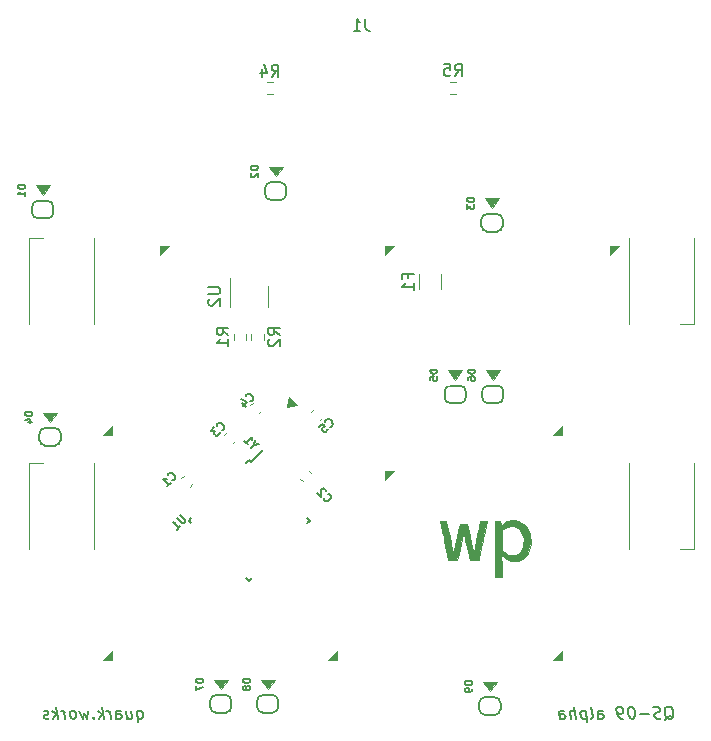
<source format=gbr>
%TF.GenerationSoftware,KiCad,Pcbnew,(5.99.0-11539-gc946070005)*%
%TF.CreationDate,2021-08-10T02:47:10-05:00*%
%TF.ProjectId,QS-09,51532d30-392e-46b6-9963-61645f706362,rev?*%
%TF.SameCoordinates,Original*%
%TF.FileFunction,Legend,Bot*%
%TF.FilePolarity,Positive*%
%FSLAX46Y46*%
G04 Gerber Fmt 4.6, Leading zero omitted, Abs format (unit mm)*
G04 Created by KiCad (PCBNEW (5.99.0-11539-gc946070005)) date 2021-08-10 02:47:10*
%MOMM*%
%LPD*%
G01*
G04 APERTURE LIST*
%ADD10C,0.150000*%
%ADD11C,0.010000*%
%ADD12C,0.120000*%
%ADD13C,0.100000*%
G04 APERTURE END LIST*
D10*
X144003690Y-72047619D02*
X144092976Y-72000000D01*
X144176309Y-71904761D01*
X144301309Y-71761904D01*
X144390595Y-71714285D01*
X144485833Y-71714285D01*
X144467976Y-71952380D02*
X144557261Y-71904761D01*
X144640595Y-71809523D01*
X144664404Y-71619047D01*
X144622738Y-71285714D01*
X144551309Y-71095238D01*
X144444166Y-71000000D01*
X144342976Y-70952380D01*
X144152500Y-70952380D01*
X144063214Y-71000000D01*
X143979880Y-71095238D01*
X143956071Y-71285714D01*
X143997738Y-71619047D01*
X144069166Y-71809523D01*
X144176309Y-71904761D01*
X144277500Y-71952380D01*
X144467976Y-71952380D01*
X143652500Y-71904761D02*
X143515595Y-71952380D01*
X143277500Y-71952380D01*
X143176309Y-71904761D01*
X143122738Y-71857142D01*
X143063214Y-71761904D01*
X143051309Y-71666666D01*
X143087023Y-71571428D01*
X143128690Y-71523809D01*
X143217976Y-71476190D01*
X143402500Y-71428571D01*
X143491785Y-71380952D01*
X143533452Y-71333333D01*
X143569166Y-71238095D01*
X143557261Y-71142857D01*
X143497738Y-71047619D01*
X143444166Y-71000000D01*
X143342976Y-70952380D01*
X143104880Y-70952380D01*
X142967976Y-71000000D01*
X142610833Y-71571428D02*
X141848928Y-71571428D01*
X141104880Y-70952380D02*
X141009642Y-70952380D01*
X140920357Y-71000000D01*
X140878690Y-71047619D01*
X140842976Y-71142857D01*
X140819166Y-71333333D01*
X140848928Y-71571428D01*
X140920357Y-71761904D01*
X140979880Y-71857142D01*
X141033452Y-71904761D01*
X141134642Y-71952380D01*
X141229880Y-71952380D01*
X141319166Y-71904761D01*
X141360833Y-71857142D01*
X141396547Y-71761904D01*
X141420357Y-71571428D01*
X141390595Y-71333333D01*
X141319166Y-71142857D01*
X141259642Y-71047619D01*
X141206071Y-71000000D01*
X141104880Y-70952380D01*
X140420357Y-71952380D02*
X140229880Y-71952380D01*
X140128690Y-71904761D01*
X140075119Y-71857142D01*
X139962023Y-71714285D01*
X139890595Y-71523809D01*
X139842976Y-71142857D01*
X139878690Y-71047619D01*
X139920357Y-71000000D01*
X140009642Y-70952380D01*
X140200119Y-70952380D01*
X140301309Y-71000000D01*
X140354880Y-71047619D01*
X140414404Y-71142857D01*
X140444166Y-71380952D01*
X140408452Y-71476190D01*
X140366785Y-71523809D01*
X140277500Y-71571428D01*
X140087023Y-71571428D01*
X139985833Y-71523809D01*
X139932261Y-71476190D01*
X139872738Y-71380952D01*
X138325119Y-71952380D02*
X138259642Y-71428571D01*
X138295357Y-71333333D01*
X138384642Y-71285714D01*
X138575119Y-71285714D01*
X138676309Y-71333333D01*
X138319166Y-71904761D02*
X138420357Y-71952380D01*
X138658452Y-71952380D01*
X138747738Y-71904761D01*
X138783452Y-71809523D01*
X138771547Y-71714285D01*
X138712023Y-71619047D01*
X138610833Y-71571428D01*
X138372738Y-71571428D01*
X138271547Y-71523809D01*
X137706071Y-71952380D02*
X137795357Y-71904761D01*
X137831071Y-71809523D01*
X137723928Y-70952380D01*
X137241785Y-71285714D02*
X137366785Y-72285714D01*
X137247738Y-71333333D02*
X137146547Y-71285714D01*
X136956071Y-71285714D01*
X136866785Y-71333333D01*
X136825119Y-71380952D01*
X136789404Y-71476190D01*
X136825119Y-71761904D01*
X136884642Y-71857142D01*
X136938214Y-71904761D01*
X137039404Y-71952380D01*
X137229880Y-71952380D01*
X137319166Y-71904761D01*
X136420357Y-71952380D02*
X136295357Y-70952380D01*
X135991785Y-71952380D02*
X135926309Y-71428571D01*
X135962023Y-71333333D01*
X136051309Y-71285714D01*
X136194166Y-71285714D01*
X136295357Y-71333333D01*
X136348928Y-71380952D01*
X135087023Y-71952380D02*
X135021547Y-71428571D01*
X135057261Y-71333333D01*
X135146547Y-71285714D01*
X135337023Y-71285714D01*
X135438214Y-71333333D01*
X135081071Y-71904761D02*
X135182261Y-71952380D01*
X135420357Y-71952380D01*
X135509642Y-71904761D01*
X135545357Y-71809523D01*
X135533452Y-71714285D01*
X135473928Y-71619047D01*
X135372738Y-71571428D01*
X135134642Y-71571428D01*
X135033452Y-71523809D01*
X99249434Y-71285714D02*
X99374434Y-72285714D01*
X99326815Y-71904761D02*
X99428005Y-71952380D01*
X99618482Y-71952380D01*
X99707767Y-71904761D01*
X99749434Y-71857142D01*
X99785148Y-71761904D01*
X99749434Y-71476190D01*
X99689910Y-71380952D01*
X99636339Y-71333333D01*
X99535148Y-71285714D01*
X99344672Y-71285714D01*
X99255386Y-71333333D01*
X98344672Y-71285714D02*
X98428005Y-71952380D01*
X98773244Y-71285714D02*
X98838720Y-71809523D01*
X98803005Y-71904761D01*
X98713720Y-71952380D01*
X98570863Y-71952380D01*
X98469672Y-71904761D01*
X98416101Y-71857142D01*
X97523244Y-71952380D02*
X97457767Y-71428571D01*
X97493482Y-71333333D01*
X97582767Y-71285714D01*
X97773244Y-71285714D01*
X97874434Y-71333333D01*
X97517291Y-71904761D02*
X97618482Y-71952380D01*
X97856577Y-71952380D01*
X97945863Y-71904761D01*
X97981577Y-71809523D01*
X97969672Y-71714285D01*
X97910148Y-71619047D01*
X97808958Y-71571428D01*
X97570863Y-71571428D01*
X97469672Y-71523809D01*
X97047053Y-71952380D02*
X96963720Y-71285714D01*
X96987529Y-71476190D02*
X96928005Y-71380952D01*
X96874434Y-71333333D01*
X96773244Y-71285714D01*
X96678005Y-71285714D01*
X96428005Y-71952380D02*
X96303005Y-70952380D01*
X96285148Y-71571428D02*
X96047053Y-71952380D01*
X95963720Y-71285714D02*
X96392291Y-71666666D01*
X95606577Y-71857142D02*
X95564910Y-71904761D01*
X95618482Y-71952380D01*
X95660148Y-71904761D01*
X95606577Y-71857142D01*
X95618482Y-71952380D01*
X95154196Y-71285714D02*
X95047053Y-71952380D01*
X94797053Y-71476190D01*
X94666101Y-71952380D01*
X94392291Y-71285714D01*
X93951815Y-71952380D02*
X94041101Y-71904761D01*
X94082767Y-71857142D01*
X94118482Y-71761904D01*
X94082767Y-71476190D01*
X94023244Y-71380952D01*
X93969672Y-71333333D01*
X93868482Y-71285714D01*
X93725625Y-71285714D01*
X93636339Y-71333333D01*
X93594672Y-71380952D01*
X93558958Y-71476190D01*
X93594672Y-71761904D01*
X93654196Y-71857142D01*
X93707767Y-71904761D01*
X93808958Y-71952380D01*
X93951815Y-71952380D01*
X93189910Y-71952380D02*
X93106577Y-71285714D01*
X93130386Y-71476190D02*
X93070863Y-71380952D01*
X93017291Y-71333333D01*
X92916101Y-71285714D01*
X92820863Y-71285714D01*
X92570863Y-71952380D02*
X92445863Y-70952380D01*
X92428005Y-71571428D02*
X92189910Y-71952380D01*
X92106577Y-71285714D02*
X92535148Y-71666666D01*
X91803005Y-71904761D02*
X91713720Y-71952380D01*
X91523244Y-71952380D01*
X91422053Y-71904761D01*
X91362529Y-71809523D01*
X91356577Y-71761904D01*
X91392291Y-71666666D01*
X91481577Y-71619047D01*
X91624434Y-71619047D01*
X91713720Y-71571428D01*
X91749434Y-71476190D01*
X91743482Y-71428571D01*
X91683958Y-71333333D01*
X91582767Y-71285714D01*
X91439910Y-71285714D01*
X91350624Y-71333333D01*
%TO.C,C5*%
X115599272Y-47244280D02*
X115646412Y-47244280D01*
X115740693Y-47197140D01*
X115787834Y-47149999D01*
X115834974Y-47055719D01*
X115834974Y-46961438D01*
X115811404Y-46890727D01*
X115740693Y-46772876D01*
X115669983Y-46702165D01*
X115552132Y-46631455D01*
X115481421Y-46607884D01*
X115387140Y-46607884D01*
X115292859Y-46655025D01*
X115245719Y-46702165D01*
X115198578Y-46796446D01*
X115198578Y-46843587D01*
X114703603Y-47244280D02*
X114939306Y-47008578D01*
X115198578Y-47220710D01*
X115151438Y-47220710D01*
X115080727Y-47244280D01*
X114962876Y-47362132D01*
X114939306Y-47432842D01*
X114939306Y-47479983D01*
X114962876Y-47550693D01*
X115080727Y-47668544D01*
X115151438Y-47692115D01*
X115198578Y-47692115D01*
X115269289Y-47668544D01*
X115387140Y-47550693D01*
X115410710Y-47479983D01*
X115410710Y-47432842D01*
%TO.C,D3*%
X127812828Y-27877262D02*
X127212828Y-27877262D01*
X127212828Y-28020120D01*
X127241400Y-28105834D01*
X127298542Y-28162977D01*
X127355685Y-28191548D01*
X127469971Y-28220120D01*
X127555685Y-28220120D01*
X127669971Y-28191548D01*
X127727114Y-28162977D01*
X127784257Y-28105834D01*
X127812828Y-28020120D01*
X127812828Y-27877262D01*
X127212828Y-28420120D02*
X127212828Y-28791548D01*
X127441400Y-28591548D01*
X127441400Y-28677262D01*
X127469971Y-28734405D01*
X127498542Y-28762977D01*
X127555685Y-28791548D01*
X127698542Y-28791548D01*
X127755685Y-28762977D01*
X127784257Y-28734405D01*
X127812828Y-28677262D01*
X127812828Y-28505834D01*
X127784257Y-28448691D01*
X127755685Y-28420120D01*
%TO.C,D8*%
X108824078Y-68613512D02*
X108224078Y-68613512D01*
X108224078Y-68756370D01*
X108252650Y-68842084D01*
X108309792Y-68899227D01*
X108366935Y-68927798D01*
X108481221Y-68956370D01*
X108566935Y-68956370D01*
X108681221Y-68927798D01*
X108738364Y-68899227D01*
X108795507Y-68842084D01*
X108824078Y-68756370D01*
X108824078Y-68613512D01*
X108481221Y-69299227D02*
X108452650Y-69242084D01*
X108424078Y-69213512D01*
X108366935Y-69184941D01*
X108338364Y-69184941D01*
X108281221Y-69213512D01*
X108252650Y-69242084D01*
X108224078Y-69299227D01*
X108224078Y-69413512D01*
X108252650Y-69470655D01*
X108281221Y-69499227D01*
X108338364Y-69527798D01*
X108366935Y-69527798D01*
X108424078Y-69499227D01*
X108452650Y-69470655D01*
X108481221Y-69413512D01*
X108481221Y-69299227D01*
X108509792Y-69242084D01*
X108538364Y-69213512D01*
X108595507Y-69184941D01*
X108709792Y-69184941D01*
X108766935Y-69213512D01*
X108795507Y-69242084D01*
X108824078Y-69299227D01*
X108824078Y-69413512D01*
X108795507Y-69470655D01*
X108766935Y-69499227D01*
X108709792Y-69527798D01*
X108595507Y-69527798D01*
X108538364Y-69499227D01*
X108509792Y-69470655D01*
X108481221Y-69413512D01*
%TO.C,R1*%
X107002380Y-39473333D02*
X106526190Y-39140000D01*
X107002380Y-38901904D02*
X106002380Y-38901904D01*
X106002380Y-39282857D01*
X106050000Y-39378095D01*
X106097619Y-39425714D01*
X106192857Y-39473333D01*
X106335714Y-39473333D01*
X106430952Y-39425714D01*
X106478571Y-39378095D01*
X106526190Y-39282857D01*
X106526190Y-38901904D01*
X107002380Y-40425714D02*
X107002380Y-39854285D01*
X107002380Y-40140000D02*
X106002380Y-40140000D01*
X106145238Y-40044761D01*
X106240476Y-39949523D01*
X106288095Y-39854285D01*
%TO.C,D2*%
X109492828Y-25207262D02*
X108892828Y-25207262D01*
X108892828Y-25350120D01*
X108921400Y-25435834D01*
X108978542Y-25492977D01*
X109035685Y-25521548D01*
X109149971Y-25550120D01*
X109235685Y-25550120D01*
X109349971Y-25521548D01*
X109407114Y-25492977D01*
X109464257Y-25435834D01*
X109492828Y-25350120D01*
X109492828Y-25207262D01*
X108949971Y-25778691D02*
X108921400Y-25807262D01*
X108892828Y-25864405D01*
X108892828Y-26007262D01*
X108921400Y-26064405D01*
X108949971Y-26092977D01*
X109007114Y-26121548D01*
X109064257Y-26121548D01*
X109149971Y-26092977D01*
X109492828Y-25750120D01*
X109492828Y-26121548D01*
%TO.C,J1*%
X118602083Y-12708630D02*
X118602083Y-13422916D01*
X118649702Y-13565773D01*
X118744940Y-13661011D01*
X118887797Y-13708630D01*
X118983035Y-13708630D01*
X117602083Y-13708630D02*
X118173511Y-13708630D01*
X117887797Y-13708630D02*
X117887797Y-12708630D01*
X117983035Y-12851488D01*
X118078273Y-12946726D01*
X118173511Y-12994345D01*
%TO.C,U1*%
X102936066Y-54701818D02*
X103336759Y-55102512D01*
X103360330Y-55173223D01*
X103360330Y-55220363D01*
X103336759Y-55291074D01*
X103242478Y-55385355D01*
X103171768Y-55408925D01*
X103124627Y-55408925D01*
X103053917Y-55385355D01*
X102653223Y-54984661D01*
X102653223Y-55974610D02*
X102936066Y-55691768D01*
X102794644Y-55833189D02*
X102299669Y-55338214D01*
X102417521Y-55361785D01*
X102511801Y-55361785D01*
X102582512Y-55338214D01*
%TO.C,R2*%
X111362380Y-39473333D02*
X110886190Y-39140000D01*
X111362380Y-38901904D02*
X110362380Y-38901904D01*
X110362380Y-39282857D01*
X110410000Y-39378095D01*
X110457619Y-39425714D01*
X110552857Y-39473333D01*
X110695714Y-39473333D01*
X110790952Y-39425714D01*
X110838571Y-39378095D01*
X110886190Y-39282857D01*
X110886190Y-38901904D01*
X110457619Y-39854285D02*
X110410000Y-39901904D01*
X110362380Y-39997142D01*
X110362380Y-40235238D01*
X110410000Y-40330476D01*
X110457619Y-40378095D01*
X110552857Y-40425714D01*
X110648095Y-40425714D01*
X110790952Y-40378095D01*
X111362380Y-39806666D01*
X111362380Y-40425714D01*
%TO.C,D7*%
X104855328Y-68613512D02*
X104255328Y-68613512D01*
X104255328Y-68756370D01*
X104283900Y-68842084D01*
X104341042Y-68899227D01*
X104398185Y-68927798D01*
X104512471Y-68956370D01*
X104598185Y-68956370D01*
X104712471Y-68927798D01*
X104769614Y-68899227D01*
X104826757Y-68842084D01*
X104855328Y-68756370D01*
X104855328Y-68613512D01*
X104255328Y-69156370D02*
X104255328Y-69556370D01*
X104855328Y-69299227D01*
%TO.C,R4*%
X110666666Y-17603150D02*
X111000000Y-17126960D01*
X111238095Y-17603150D02*
X111238095Y-16603150D01*
X110857142Y-16603150D01*
X110761904Y-16650770D01*
X110714285Y-16698389D01*
X110666666Y-16793627D01*
X110666666Y-16936484D01*
X110714285Y-17031722D01*
X110761904Y-17079341D01*
X110857142Y-17126960D01*
X111238095Y-17126960D01*
X109809523Y-16936484D02*
X109809523Y-17603150D01*
X110047619Y-16555531D02*
X110285714Y-17269817D01*
X109666666Y-17269817D01*
%TO.C,C4*%
X108869273Y-45074280D02*
X108916413Y-45074280D01*
X109010694Y-45027140D01*
X109057835Y-44979999D01*
X109104975Y-44885719D01*
X109104975Y-44791438D01*
X109081405Y-44720727D01*
X109010694Y-44602876D01*
X108939984Y-44532165D01*
X108822133Y-44461455D01*
X108751422Y-44437884D01*
X108657141Y-44437884D01*
X108562860Y-44485025D01*
X108515720Y-44532165D01*
X108468579Y-44626446D01*
X108468579Y-44673587D01*
X108162166Y-45215702D02*
X108492149Y-45545685D01*
X108091456Y-44909289D02*
X108562860Y-45144991D01*
X108256447Y-45451404D01*
%TO.C,D9*%
X127632828Y-68802262D02*
X127032828Y-68802262D01*
X127032828Y-68945120D01*
X127061400Y-69030834D01*
X127118542Y-69087977D01*
X127175685Y-69116548D01*
X127289971Y-69145120D01*
X127375685Y-69145120D01*
X127489971Y-69116548D01*
X127547114Y-69087977D01*
X127604257Y-69030834D01*
X127632828Y-68945120D01*
X127632828Y-68802262D01*
X127632828Y-69430834D02*
X127632828Y-69545120D01*
X127604257Y-69602262D01*
X127575685Y-69630834D01*
X127489971Y-69687977D01*
X127375685Y-69716548D01*
X127147114Y-69716548D01*
X127089971Y-69687977D01*
X127061400Y-69659405D01*
X127032828Y-69602262D01*
X127032828Y-69487977D01*
X127061400Y-69430834D01*
X127089971Y-69402262D01*
X127147114Y-69373691D01*
X127289971Y-69373691D01*
X127347114Y-69402262D01*
X127375685Y-69430834D01*
X127404257Y-69487977D01*
X127404257Y-69602262D01*
X127375685Y-69659405D01*
X127347114Y-69687977D01*
X127289971Y-69716548D01*
%TO.C,D6*%
X127874078Y-42419762D02*
X127274078Y-42419762D01*
X127274078Y-42562620D01*
X127302650Y-42648334D01*
X127359792Y-42705477D01*
X127416935Y-42734048D01*
X127531221Y-42762620D01*
X127616935Y-42762620D01*
X127731221Y-42734048D01*
X127788364Y-42705477D01*
X127845507Y-42648334D01*
X127874078Y-42562620D01*
X127874078Y-42419762D01*
X127274078Y-43276905D02*
X127274078Y-43162620D01*
X127302650Y-43105477D01*
X127331221Y-43076905D01*
X127416935Y-43019762D01*
X127531221Y-42991191D01*
X127759792Y-42991191D01*
X127816935Y-43019762D01*
X127845507Y-43048334D01*
X127874078Y-43105477D01*
X127874078Y-43219762D01*
X127845507Y-43276905D01*
X127816935Y-43305477D01*
X127759792Y-43334048D01*
X127616935Y-43334048D01*
X127559792Y-43305477D01*
X127531221Y-43276905D01*
X127502650Y-43219762D01*
X127502650Y-43105477D01*
X127531221Y-43048334D01*
X127559792Y-43019762D01*
X127616935Y-42991191D01*
%TO.C,U2*%
X105302380Y-35428095D02*
X106111904Y-35428095D01*
X106207142Y-35475714D01*
X106254761Y-35523333D01*
X106302380Y-35618571D01*
X106302380Y-35809047D01*
X106254761Y-35904285D01*
X106207142Y-35951904D01*
X106111904Y-35999523D01*
X105302380Y-35999523D01*
X105397619Y-36428095D02*
X105350000Y-36475714D01*
X105302380Y-36570952D01*
X105302380Y-36809047D01*
X105350000Y-36904285D01*
X105397619Y-36951904D01*
X105492857Y-36999523D01*
X105588095Y-36999523D01*
X105730952Y-36951904D01*
X106302380Y-36380476D01*
X106302380Y-36999523D01*
%TO.C,D4*%
X90392828Y-46002262D02*
X89792828Y-46002262D01*
X89792828Y-46145120D01*
X89821400Y-46230834D01*
X89878542Y-46287977D01*
X89935685Y-46316548D01*
X90049971Y-46345120D01*
X90135685Y-46345120D01*
X90249971Y-46316548D01*
X90307114Y-46287977D01*
X90364257Y-46230834D01*
X90392828Y-46145120D01*
X90392828Y-46002262D01*
X89992828Y-46859405D02*
X90392828Y-46859405D01*
X89764257Y-46716548D02*
X90192828Y-46573691D01*
X90192828Y-46945120D01*
%TO.C,C2*%
X115055719Y-53309272D02*
X115055719Y-53356412D01*
X115102859Y-53450693D01*
X115150000Y-53497834D01*
X115244280Y-53544974D01*
X115338561Y-53544974D01*
X115409272Y-53521404D01*
X115527123Y-53450693D01*
X115597834Y-53379983D01*
X115668544Y-53262132D01*
X115692115Y-53191421D01*
X115692115Y-53097140D01*
X115644974Y-53002859D01*
X115597834Y-52955719D01*
X115503553Y-52908578D01*
X115456412Y-52908578D01*
X115267851Y-52720016D02*
X115267851Y-52672876D01*
X115244280Y-52602165D01*
X115126429Y-52484314D01*
X115055719Y-52460744D01*
X115008578Y-52460744D01*
X114937867Y-52484314D01*
X114890727Y-52531455D01*
X114843587Y-52625735D01*
X114843587Y-53191421D01*
X114537174Y-52885008D01*
%TO.C,C3*%
X106429273Y-47554280D02*
X106476413Y-47554280D01*
X106570694Y-47507140D01*
X106617835Y-47459999D01*
X106664975Y-47365719D01*
X106664975Y-47271438D01*
X106641405Y-47200727D01*
X106570694Y-47082876D01*
X106499984Y-47012165D01*
X106382133Y-46941455D01*
X106311422Y-46917884D01*
X106217141Y-46917884D01*
X106122860Y-46965025D01*
X106075720Y-47012165D01*
X106028579Y-47106446D01*
X106028579Y-47153587D01*
X105816447Y-47271438D02*
X105510034Y-47577851D01*
X105863588Y-47601421D01*
X105792877Y-47672132D01*
X105769307Y-47742842D01*
X105769307Y-47789983D01*
X105792877Y-47860693D01*
X105910728Y-47978544D01*
X105981439Y-48002115D01*
X106028579Y-48002115D01*
X106099290Y-47978544D01*
X106240711Y-47837123D01*
X106264281Y-47766412D01*
X106264281Y-47719272D01*
%TO.C,D1*%
X89774078Y-26772262D02*
X89174078Y-26772262D01*
X89174078Y-26915120D01*
X89202650Y-27000834D01*
X89259792Y-27057977D01*
X89316935Y-27086548D01*
X89431221Y-27115120D01*
X89516935Y-27115120D01*
X89631221Y-27086548D01*
X89688364Y-27057977D01*
X89745507Y-27000834D01*
X89774078Y-26915120D01*
X89774078Y-26772262D01*
X89774078Y-27686548D02*
X89774078Y-27343691D01*
X89774078Y-27515120D02*
X89174078Y-27515120D01*
X89259792Y-27457977D01*
X89316935Y-27400834D01*
X89345507Y-27343691D01*
%TO.C,R5*%
X126166666Y-17533150D02*
X126500000Y-17056960D01*
X126738095Y-17533150D02*
X126738095Y-16533150D01*
X126357142Y-16533150D01*
X126261904Y-16580770D01*
X126214285Y-16628389D01*
X126166666Y-16723627D01*
X126166666Y-16866484D01*
X126214285Y-16961722D01*
X126261904Y-17009341D01*
X126357142Y-17056960D01*
X126738095Y-17056960D01*
X125261904Y-16533150D02*
X125738095Y-16533150D01*
X125785714Y-17009341D01*
X125738095Y-16961722D01*
X125642857Y-16914103D01*
X125404761Y-16914103D01*
X125309523Y-16961722D01*
X125261904Y-17009341D01*
X125214285Y-17104579D01*
X125214285Y-17342674D01*
X125261904Y-17437912D01*
X125309523Y-17485531D01*
X125404761Y-17533150D01*
X125642857Y-17533150D01*
X125738095Y-17485531D01*
X125785714Y-17437912D01*
%TO.C,Y1*%
X109177487Y-48813917D02*
X108941785Y-49049619D01*
X109601751Y-48719636D02*
X109177487Y-48813917D01*
X109271768Y-48389653D01*
X108352529Y-48460363D02*
X108635372Y-48743206D01*
X108493950Y-48601785D02*
X108988925Y-48106810D01*
X108965355Y-48224661D01*
X108965355Y-48318942D01*
X108988925Y-48389653D01*
%TO.C,F1*%
X122168571Y-34616666D02*
X122168571Y-34283333D01*
X122692380Y-34283333D02*
X121692380Y-34283333D01*
X121692380Y-34759523D01*
X122692380Y-35664285D02*
X122692380Y-35092857D01*
X122692380Y-35378571D02*
X121692380Y-35378571D01*
X121835238Y-35283333D01*
X121930476Y-35188095D01*
X121978095Y-35092857D01*
%TO.C,D5*%
X124699078Y-42419762D02*
X124099078Y-42419762D01*
X124099078Y-42562620D01*
X124127650Y-42648334D01*
X124184792Y-42705477D01*
X124241935Y-42734048D01*
X124356221Y-42762620D01*
X124441935Y-42762620D01*
X124556221Y-42734048D01*
X124613364Y-42705477D01*
X124670507Y-42648334D01*
X124699078Y-42562620D01*
X124699078Y-42419762D01*
X124099078Y-43305477D02*
X124099078Y-43019762D01*
X124384792Y-42991191D01*
X124356221Y-43019762D01*
X124327650Y-43076905D01*
X124327650Y-43219762D01*
X124356221Y-43276905D01*
X124384792Y-43305477D01*
X124441935Y-43334048D01*
X124584792Y-43334048D01*
X124641935Y-43305477D01*
X124670507Y-43276905D01*
X124699078Y-43219762D01*
X124699078Y-43076905D01*
X124670507Y-43019762D01*
X124641935Y-42991191D01*
%TO.C,C1*%
X102259272Y-51764280D02*
X102306412Y-51764280D01*
X102400693Y-51717140D01*
X102447834Y-51669999D01*
X102494974Y-51575719D01*
X102494974Y-51481438D01*
X102471404Y-51410727D01*
X102400693Y-51292876D01*
X102329983Y-51222165D01*
X102212132Y-51151455D01*
X102141421Y-51127884D01*
X102047140Y-51127884D01*
X101952859Y-51175025D01*
X101905719Y-51222165D01*
X101858578Y-51316446D01*
X101858578Y-51363587D01*
X101835008Y-52282825D02*
X102117851Y-51999983D01*
X101976429Y-52141404D02*
X101481455Y-51646429D01*
X101599306Y-51669999D01*
X101693587Y-51669999D01*
X101764297Y-51646429D01*
D11*
%TO.C,Ref\u002A\u002A*%
X130991726Y-55169750D02*
X130850996Y-55182815D01*
X130850996Y-55182815D02*
X130750373Y-55203584D01*
X130750373Y-55203584D02*
X130585902Y-55265119D01*
X130585902Y-55265119D02*
X130414944Y-55353931D01*
X130414944Y-55353931D02*
X130253490Y-55461428D01*
X130253490Y-55461428D02*
X130215537Y-55490978D01*
X130215537Y-55490978D02*
X130153618Y-55540108D01*
X130153618Y-55540108D02*
X130105473Y-55576871D01*
X130105473Y-55576871D02*
X130079556Y-55594856D01*
X130079556Y-55594856D02*
X130077547Y-55595666D01*
X130077547Y-55595666D02*
X130070307Y-55576788D01*
X130070307Y-55576788D02*
X130060918Y-55528734D01*
X130060918Y-55528734D02*
X130055920Y-55495125D01*
X130055920Y-55495125D02*
X130044715Y-55413965D01*
X130044715Y-55413965D02*
X130033358Y-55334609D01*
X130033358Y-55334609D02*
X130030490Y-55315208D01*
X130030490Y-55315208D02*
X130018612Y-55235833D01*
X130018612Y-55235833D02*
X129556667Y-55235833D01*
X129556667Y-55235833D02*
X129556667Y-59934833D01*
X129556667Y-59934833D02*
X130133408Y-59934833D01*
X130133408Y-59934833D02*
X130124606Y-59037325D01*
X130124606Y-59037325D02*
X130115803Y-58139818D01*
X130115803Y-58139818D02*
X130209262Y-58222083D01*
X130209262Y-58222083D02*
X130381871Y-58356152D01*
X130381871Y-58356152D02*
X130567105Y-58468013D01*
X130567105Y-58468013D02*
X130754672Y-58552226D01*
X130754672Y-58552226D02*
X130928816Y-58602297D01*
X130928816Y-58602297D02*
X131036286Y-58615680D01*
X131036286Y-58615680D02*
X131167808Y-58620053D01*
X131167808Y-58620053D02*
X131267199Y-58617211D01*
X131267199Y-58617211D02*
X131510726Y-58585090D01*
X131510726Y-58585090D02*
X131731997Y-58517410D01*
X131731997Y-58517410D02*
X131930139Y-58415149D01*
X131930139Y-58415149D02*
X132104281Y-58279285D01*
X132104281Y-58279285D02*
X132253551Y-58110794D01*
X132253551Y-58110794D02*
X132377076Y-57910653D01*
X132377076Y-57910653D02*
X132473984Y-57679840D01*
X132473984Y-57679840D02*
X132543403Y-57419333D01*
X132543403Y-57419333D02*
X132583336Y-57142623D01*
X132583336Y-57142623D02*
X132591687Y-56897417D01*
X132591687Y-56897417D02*
X131993118Y-56897417D01*
X131993118Y-56897417D02*
X131979806Y-57160683D01*
X131979806Y-57160683D02*
X131939076Y-57394625D01*
X131939076Y-57394625D02*
X131871406Y-57598394D01*
X131871406Y-57598394D02*
X131777273Y-57771142D01*
X131777273Y-57771142D02*
X131657157Y-57912022D01*
X131657157Y-57912022D02*
X131511534Y-58020185D01*
X131511534Y-58020185D02*
X131340884Y-58094785D01*
X131340884Y-58094785D02*
X131312987Y-58103076D01*
X131312987Y-58103076D02*
X131188629Y-58125144D01*
X131188629Y-58125144D02*
X131045436Y-58130513D01*
X131045436Y-58130513D02*
X130899675Y-58120021D01*
X130899675Y-58120021D02*
X130767615Y-58094506D01*
X130767615Y-58094506D02*
X130699667Y-58071473D01*
X130699667Y-58071473D02*
X130502884Y-57968396D01*
X130502884Y-57968396D02*
X130312797Y-57827342D01*
X130312797Y-57827342D02*
X130249875Y-57771132D01*
X130249875Y-57771132D02*
X130128167Y-57657794D01*
X130128167Y-57657794D02*
X130128167Y-56021474D01*
X130128167Y-56021474D02*
X130249875Y-55927986D01*
X130249875Y-55927986D02*
X130442238Y-55801484D01*
X130442238Y-55801484D02*
X130637464Y-55713654D01*
X130637464Y-55713654D02*
X130832437Y-55664425D01*
X130832437Y-55664425D02*
X131024041Y-55653724D01*
X131024041Y-55653724D02*
X131209160Y-55681482D01*
X131209160Y-55681482D02*
X131384677Y-55747626D01*
X131384677Y-55747626D02*
X131547476Y-55852085D01*
X131547476Y-55852085D02*
X131663839Y-55960345D01*
X131663839Y-55960345D02*
X131793620Y-56126295D01*
X131793620Y-56126295D02*
X131889859Y-56309200D01*
X131889859Y-56309200D02*
X131953949Y-56513024D01*
X131953949Y-56513024D02*
X131987285Y-56741733D01*
X131987285Y-56741733D02*
X131993118Y-56897417D01*
X131993118Y-56897417D02*
X132591687Y-56897417D01*
X132591687Y-56897417D02*
X132593907Y-56832268D01*
X132593907Y-56832268D02*
X132566843Y-56540725D01*
X132566843Y-56540725D02*
X132502208Y-56268256D01*
X132502208Y-56268256D02*
X132400063Y-56015122D01*
X132400063Y-56015122D02*
X132260472Y-55781586D01*
X132260472Y-55781586D02*
X132256470Y-55775954D01*
X132256470Y-55775954D02*
X132105873Y-55598880D01*
X132105873Y-55598880D02*
X131925976Y-55444754D01*
X131925976Y-55444754D02*
X131725025Y-55319237D01*
X131725025Y-55319237D02*
X131511265Y-55227991D01*
X131511265Y-55227991D02*
X131419333Y-55201170D01*
X131419333Y-55201170D02*
X131291606Y-55178871D01*
X131291606Y-55178871D02*
X131143833Y-55168417D01*
X131143833Y-55168417D02*
X130991726Y-55169750D01*
X130991726Y-55169750D02*
X130991726Y-55169750D01*
G36*
X132543403Y-57419333D02*
G01*
X132473984Y-57679840D01*
X132377076Y-57910653D01*
X132253551Y-58110794D01*
X132104281Y-58279285D01*
X131930139Y-58415149D01*
X131731997Y-58517410D01*
X131510726Y-58585090D01*
X131267199Y-58617211D01*
X131167808Y-58620053D01*
X131036286Y-58615680D01*
X130928816Y-58602297D01*
X130754672Y-58552226D01*
X130567105Y-58468013D01*
X130381871Y-58356152D01*
X130209262Y-58222083D01*
X130115803Y-58139818D01*
X130124606Y-59037325D01*
X130133408Y-59934833D01*
X129556667Y-59934833D01*
X129556667Y-56021474D01*
X130128167Y-56021474D01*
X130128167Y-57657794D01*
X130249875Y-57771132D01*
X130312797Y-57827342D01*
X130502884Y-57968396D01*
X130699667Y-58071473D01*
X130767615Y-58094506D01*
X130899675Y-58120021D01*
X131045436Y-58130513D01*
X131188629Y-58125144D01*
X131312987Y-58103076D01*
X131340884Y-58094785D01*
X131511534Y-58020185D01*
X131657157Y-57912022D01*
X131777273Y-57771142D01*
X131871406Y-57598394D01*
X131939076Y-57394625D01*
X131979806Y-57160683D01*
X131993118Y-56897417D01*
X131987285Y-56741733D01*
X131953949Y-56513024D01*
X131889859Y-56309200D01*
X131793620Y-56126295D01*
X131663839Y-55960345D01*
X131547476Y-55852085D01*
X131384677Y-55747626D01*
X131209160Y-55681482D01*
X131024041Y-55653724D01*
X130832437Y-55664425D01*
X130637464Y-55713654D01*
X130442238Y-55801484D01*
X130249875Y-55927986D01*
X130128167Y-56021474D01*
X129556667Y-56021474D01*
X129556667Y-55235833D01*
X130018612Y-55235833D01*
X130030490Y-55315208D01*
X130033358Y-55334609D01*
X130044715Y-55413965D01*
X130055920Y-55495125D01*
X130060918Y-55528734D01*
X130070307Y-55576788D01*
X130077547Y-55595666D01*
X130079556Y-55594856D01*
X130105473Y-55576871D01*
X130153618Y-55540108D01*
X130215537Y-55490978D01*
X130253490Y-55461428D01*
X130414944Y-55353931D01*
X130585902Y-55265119D01*
X130750373Y-55203584D01*
X130850996Y-55182815D01*
X130991726Y-55169750D01*
X131143833Y-55168417D01*
X131291606Y-55178871D01*
X131419333Y-55201170D01*
X131511265Y-55227991D01*
X131725025Y-55319237D01*
X131925976Y-55444754D01*
X132105873Y-55598880D01*
X132256470Y-55775954D01*
X132260472Y-55781586D01*
X132400063Y-56015122D01*
X132502208Y-56268256D01*
X132566843Y-56540725D01*
X132593907Y-56832268D01*
X132591687Y-56897417D01*
X132583336Y-57142623D01*
X132543403Y-57419333D01*
G37*
X132543403Y-57419333D02*
X132473984Y-57679840D01*
X132377076Y-57910653D01*
X132253551Y-58110794D01*
X132104281Y-58279285D01*
X131930139Y-58415149D01*
X131731997Y-58517410D01*
X131510726Y-58585090D01*
X131267199Y-58617211D01*
X131167808Y-58620053D01*
X131036286Y-58615680D01*
X130928816Y-58602297D01*
X130754672Y-58552226D01*
X130567105Y-58468013D01*
X130381871Y-58356152D01*
X130209262Y-58222083D01*
X130115803Y-58139818D01*
X130124606Y-59037325D01*
X130133408Y-59934833D01*
X129556667Y-59934833D01*
X129556667Y-56021474D01*
X130128167Y-56021474D01*
X130128167Y-57657794D01*
X130249875Y-57771132D01*
X130312797Y-57827342D01*
X130502884Y-57968396D01*
X130699667Y-58071473D01*
X130767615Y-58094506D01*
X130899675Y-58120021D01*
X131045436Y-58130513D01*
X131188629Y-58125144D01*
X131312987Y-58103076D01*
X131340884Y-58094785D01*
X131511534Y-58020185D01*
X131657157Y-57912022D01*
X131777273Y-57771142D01*
X131871406Y-57598394D01*
X131939076Y-57394625D01*
X131979806Y-57160683D01*
X131993118Y-56897417D01*
X131987285Y-56741733D01*
X131953949Y-56513024D01*
X131889859Y-56309200D01*
X131793620Y-56126295D01*
X131663839Y-55960345D01*
X131547476Y-55852085D01*
X131384677Y-55747626D01*
X131209160Y-55681482D01*
X131024041Y-55653724D01*
X130832437Y-55664425D01*
X130637464Y-55713654D01*
X130442238Y-55801484D01*
X130249875Y-55927986D01*
X130128167Y-56021474D01*
X129556667Y-56021474D01*
X129556667Y-55235833D01*
X130018612Y-55235833D01*
X130030490Y-55315208D01*
X130033358Y-55334609D01*
X130044715Y-55413965D01*
X130055920Y-55495125D01*
X130060918Y-55528734D01*
X130070307Y-55576788D01*
X130077547Y-55595666D01*
X130079556Y-55594856D01*
X130105473Y-55576871D01*
X130153618Y-55540108D01*
X130215537Y-55490978D01*
X130253490Y-55461428D01*
X130414944Y-55353931D01*
X130585902Y-55265119D01*
X130750373Y-55203584D01*
X130850996Y-55182815D01*
X130991726Y-55169750D01*
X131143833Y-55168417D01*
X131291606Y-55178871D01*
X131419333Y-55201170D01*
X131511265Y-55227991D01*
X131725025Y-55319237D01*
X131925976Y-55444754D01*
X132105873Y-55598880D01*
X132256470Y-55775954D01*
X132260472Y-55781586D01*
X132400063Y-56015122D01*
X132502208Y-56268256D01*
X132566843Y-56540725D01*
X132593907Y-56832268D01*
X132591687Y-56897417D01*
X132583336Y-57142623D01*
X132543403Y-57419333D01*
X125072324Y-55236811D02*
X124993211Y-55240020D01*
X124993211Y-55240020D02*
X124946484Y-55245987D01*
X124946484Y-55245987D02*
X124927185Y-55255214D01*
X124927185Y-55255214D02*
X124926620Y-55262291D01*
X124926620Y-55262291D02*
X124932514Y-55286710D01*
X124932514Y-55286710D02*
X124946530Y-55349338D01*
X124946530Y-55349338D02*
X124967977Y-55446979D01*
X124967977Y-55446979D02*
X124996165Y-55576434D01*
X124996165Y-55576434D02*
X125030403Y-55734509D01*
X125030403Y-55734509D02*
X125069999Y-55918005D01*
X125069999Y-55918005D02*
X125114265Y-56123727D01*
X125114265Y-56123727D02*
X125162508Y-56348477D01*
X125162508Y-56348477D02*
X125214039Y-56589058D01*
X125214039Y-56589058D02*
X125268165Y-56842274D01*
X125268165Y-56842274D02*
X125283426Y-56913756D01*
X125283426Y-56913756D02*
X125630250Y-58538761D01*
X125630250Y-58538761D02*
X126000500Y-58533006D01*
X126000500Y-58533006D02*
X126370749Y-58527250D01*
X126370749Y-58527250D02*
X126575068Y-57680583D01*
X126575068Y-57680583D02*
X126625375Y-57468534D01*
X126625375Y-57468534D02*
X126673963Y-57256950D01*
X126673963Y-57256950D02*
X126719339Y-57052778D01*
X126719339Y-57052778D02*
X126760010Y-56862966D01*
X126760010Y-56862966D02*
X126794481Y-56694463D01*
X126794481Y-56694463D02*
X126821259Y-56554215D01*
X126821259Y-56554215D02*
X126836688Y-56463500D01*
X126836688Y-56463500D02*
X126860800Y-56310145D01*
X126860800Y-56310145D02*
X126879876Y-56195560D01*
X126879876Y-56195560D02*
X126894685Y-56116581D01*
X126894685Y-56116581D02*
X126905994Y-56070042D01*
X126905994Y-56070042D02*
X126914571Y-56052779D01*
X126914571Y-56052779D02*
X126921184Y-56061630D01*
X126921184Y-56061630D02*
X126926558Y-56093083D01*
X126926558Y-56093083D02*
X126946795Y-56239072D01*
X126946795Y-56239072D02*
X126975920Y-56414654D01*
X126975920Y-56414654D02*
X127014234Y-56621275D01*
X127014234Y-56621275D02*
X127062042Y-56860379D01*
X127062042Y-56860379D02*
X127119646Y-57133412D01*
X127119646Y-57133412D02*
X127187349Y-57441818D01*
X127187349Y-57441818D02*
X127265456Y-57787044D01*
X127265456Y-57787044D02*
X127354269Y-58170534D01*
X127354269Y-58170534D02*
X127429526Y-58490208D01*
X127429526Y-58490208D02*
X127434798Y-58507388D01*
X127434798Y-58507388D02*
X127445268Y-58519842D01*
X127445268Y-58519842D02*
X127466982Y-58528332D01*
X127466982Y-58528332D02*
X127505984Y-58533616D01*
X127505984Y-58533616D02*
X127568322Y-58536454D01*
X127568322Y-58536454D02*
X127660040Y-58537606D01*
X127660040Y-58537606D02*
X127787185Y-58537832D01*
X127787185Y-58537832D02*
X127808525Y-58537833D01*
X127808525Y-58537833D02*
X127941211Y-58537676D01*
X127941211Y-58537676D02*
X128037615Y-58536700D01*
X128037615Y-58536700D02*
X128103792Y-58534143D01*
X128103792Y-58534143D02*
X128145792Y-58529247D01*
X128145792Y-58529247D02*
X128169669Y-58521252D01*
X128169669Y-58521252D02*
X128181476Y-58509397D01*
X128181476Y-58509397D02*
X128187264Y-58492924D01*
X128187264Y-58492924D02*
X128187938Y-58490208D01*
X128187938Y-58490208D02*
X128194229Y-58462279D01*
X128194229Y-58462279D02*
X128208791Y-58396295D01*
X128208791Y-58396295D02*
X128230900Y-58295568D01*
X128230900Y-58295568D02*
X128259833Y-58163412D01*
X128259833Y-58163412D02*
X128294865Y-58003139D01*
X128294865Y-58003139D02*
X128335275Y-57818060D01*
X128335275Y-57818060D02*
X128380337Y-57611489D01*
X128380337Y-57611489D02*
X128429328Y-57386737D01*
X128429328Y-57386737D02*
X128481526Y-57147117D01*
X128481526Y-57147117D02*
X128536205Y-56895941D01*
X128536205Y-56895941D02*
X128540491Y-56876250D01*
X128540491Y-56876250D02*
X128595288Y-56624621D01*
X128595288Y-56624621D02*
X128647650Y-56384521D01*
X128647650Y-56384521D02*
X128696856Y-56159233D01*
X128696856Y-56159233D02*
X128742185Y-55952043D01*
X128742185Y-55952043D02*
X128782915Y-55766237D01*
X128782915Y-55766237D02*
X128818327Y-55605098D01*
X128818327Y-55605098D02*
X128847698Y-55471913D01*
X128847698Y-55471913D02*
X128870308Y-55369966D01*
X128870308Y-55369966D02*
X128885435Y-55302543D01*
X128885435Y-55302543D02*
X128892359Y-55272928D01*
X128892359Y-55272928D02*
X128892544Y-55272267D01*
X128892544Y-55272267D02*
X128894198Y-55257322D01*
X128894198Y-55257322D02*
X128884547Y-55247185D01*
X128884547Y-55247185D02*
X128857353Y-55241149D01*
X128857353Y-55241149D02*
X128806379Y-55238510D01*
X128806379Y-55238510D02*
X128725390Y-55238560D01*
X128725390Y-55238560D02*
X128612005Y-55240517D01*
X128612005Y-55240517D02*
X128320270Y-55246417D01*
X128320270Y-55246417D02*
X128293858Y-55373417D01*
X128293858Y-55373417D02*
X128242164Y-55623214D01*
X128242164Y-55623214D02*
X128190123Y-55877002D01*
X128190123Y-55877002D02*
X128138559Y-56130612D01*
X128138559Y-56130612D02*
X128088293Y-56379873D01*
X128088293Y-56379873D02*
X128040148Y-56620617D01*
X128040148Y-56620617D02*
X127994949Y-56848673D01*
X127994949Y-56848673D02*
X127953516Y-57059873D01*
X127953516Y-57059873D02*
X127916673Y-57250046D01*
X127916673Y-57250046D02*
X127885243Y-57415023D01*
X127885243Y-57415023D02*
X127860048Y-57550634D01*
X127860048Y-57550634D02*
X127841912Y-57652710D01*
X127841912Y-57652710D02*
X127832322Y-57712333D01*
X127832322Y-57712333D02*
X127813364Y-57841549D01*
X127813364Y-57841549D02*
X127798383Y-57930054D01*
X127798383Y-57930054D02*
X127785808Y-57979106D01*
X127785808Y-57979106D02*
X127774065Y-57989964D01*
X127774065Y-57989964D02*
X127761582Y-57963884D01*
X127761582Y-57963884D02*
X127746785Y-57902124D01*
X127746785Y-57902124D02*
X127728102Y-57805943D01*
X127728102Y-57805943D02*
X127726430Y-57797000D01*
X127726430Y-57797000D02*
X127712387Y-57727673D01*
X127712387Y-57727673D02*
X127689570Y-57622329D01*
X127689570Y-57622329D02*
X127659155Y-57486098D01*
X127659155Y-57486098D02*
X127622317Y-57324109D01*
X127622317Y-57324109D02*
X127580232Y-57141494D01*
X127580232Y-57141494D02*
X127534077Y-56943382D01*
X127534077Y-56943382D02*
X127485026Y-56734904D01*
X127485026Y-56734904D02*
X127434255Y-56521190D01*
X127434255Y-56521190D02*
X127429323Y-56500542D01*
X127429323Y-56500542D02*
X127177675Y-55447500D01*
X127177675Y-55447500D02*
X126603675Y-55447500D01*
X126603675Y-55447500D02*
X126469677Y-56034875D01*
X126469677Y-56034875D02*
X126426952Y-56221228D01*
X126426952Y-56221228D02*
X126379773Y-56425423D01*
X126379773Y-56425423D02*
X126331136Y-56634597D01*
X126331136Y-56634597D02*
X126284039Y-56835888D01*
X126284039Y-56835888D02*
X126241476Y-57016431D01*
X126241476Y-57016431D02*
X126219449Y-57109083D01*
X126219449Y-57109083D02*
X126182846Y-57263656D01*
X126182846Y-57263656D02*
X126146336Y-57420109D01*
X126146336Y-57420109D02*
X126112191Y-57568539D01*
X126112191Y-57568539D02*
X126082683Y-57699037D01*
X126082683Y-57699037D02*
X126060086Y-57801700D01*
X126060086Y-57801700D02*
X126054329Y-57828750D01*
X126054329Y-57828750D02*
X126037147Y-57911814D01*
X126037147Y-57911814D02*
X126024056Y-57971378D01*
X126024056Y-57971378D02*
X126013537Y-58004965D01*
X126013537Y-58004965D02*
X126004068Y-58010098D01*
X126004068Y-58010098D02*
X125994128Y-57984302D01*
X125994128Y-57984302D02*
X125982194Y-57925100D01*
X125982194Y-57925100D02*
X125966747Y-57830016D01*
X125966747Y-57830016D02*
X125946265Y-57696573D01*
X125946265Y-57696573D02*
X125937301Y-57638250D01*
X125937301Y-57638250D02*
X125924513Y-57562222D01*
X125924513Y-57562222D02*
X125904176Y-57450068D01*
X125904176Y-57450068D02*
X125877322Y-57307118D01*
X125877322Y-57307118D02*
X125844983Y-57138701D01*
X125844983Y-57138701D02*
X125808193Y-56950145D01*
X125808193Y-56950145D02*
X125767984Y-56746779D01*
X125767984Y-56746779D02*
X125725388Y-56533932D01*
X125725388Y-56533932D02*
X125681439Y-56316934D01*
X125681439Y-56316934D02*
X125677882Y-56299488D01*
X125677882Y-56299488D02*
X125460917Y-55235893D01*
X125460917Y-55235893D02*
X125188777Y-55235863D01*
X125188777Y-55235863D02*
X125072324Y-55236811D01*
X125072324Y-55236811D02*
X125072324Y-55236811D01*
G36*
X125460917Y-55235893D02*
G01*
X125677882Y-56299488D01*
X125681439Y-56316934D01*
X125725388Y-56533932D01*
X125767984Y-56746779D01*
X125808193Y-56950145D01*
X125844983Y-57138701D01*
X125877322Y-57307118D01*
X125904176Y-57450068D01*
X125924513Y-57562222D01*
X125937301Y-57638250D01*
X125946265Y-57696573D01*
X125966747Y-57830016D01*
X125982194Y-57925100D01*
X125994128Y-57984302D01*
X126004068Y-58010098D01*
X126013537Y-58004965D01*
X126024056Y-57971378D01*
X126037147Y-57911814D01*
X126054329Y-57828750D01*
X126060086Y-57801700D01*
X126082683Y-57699037D01*
X126112191Y-57568539D01*
X126146336Y-57420109D01*
X126182846Y-57263656D01*
X126219449Y-57109083D01*
X126241476Y-57016431D01*
X126284039Y-56835888D01*
X126331136Y-56634597D01*
X126379773Y-56425423D01*
X126426952Y-56221228D01*
X126469677Y-56034875D01*
X126603675Y-55447500D01*
X127177675Y-55447500D01*
X127429323Y-56500542D01*
X127434255Y-56521190D01*
X127485026Y-56734904D01*
X127534077Y-56943382D01*
X127580232Y-57141494D01*
X127622317Y-57324109D01*
X127659155Y-57486098D01*
X127689570Y-57622329D01*
X127712387Y-57727673D01*
X127726430Y-57797000D01*
X127728102Y-57805943D01*
X127746785Y-57902124D01*
X127761582Y-57963884D01*
X127774065Y-57989964D01*
X127785808Y-57979106D01*
X127798383Y-57930054D01*
X127813364Y-57841549D01*
X127832322Y-57712333D01*
X127841912Y-57652710D01*
X127860048Y-57550634D01*
X127885243Y-57415023D01*
X127916673Y-57250046D01*
X127953516Y-57059873D01*
X127994949Y-56848673D01*
X128040148Y-56620617D01*
X128088293Y-56379873D01*
X128138559Y-56130612D01*
X128190123Y-55877002D01*
X128242164Y-55623214D01*
X128293858Y-55373417D01*
X128320270Y-55246417D01*
X128612005Y-55240517D01*
X128725390Y-55238560D01*
X128806379Y-55238510D01*
X128857353Y-55241149D01*
X128884547Y-55247185D01*
X128894198Y-55257322D01*
X128892544Y-55272267D01*
X128892359Y-55272928D01*
X128885435Y-55302543D01*
X128870308Y-55369966D01*
X128847698Y-55471913D01*
X128818327Y-55605098D01*
X128782915Y-55766237D01*
X128742185Y-55952043D01*
X128696856Y-56159233D01*
X128647650Y-56384521D01*
X128595288Y-56624621D01*
X128540491Y-56876250D01*
X128536205Y-56895941D01*
X128481526Y-57147117D01*
X128429328Y-57386737D01*
X128380337Y-57611489D01*
X128335275Y-57818060D01*
X128294865Y-58003139D01*
X128259833Y-58163412D01*
X128230900Y-58295568D01*
X128208791Y-58396295D01*
X128194229Y-58462279D01*
X128187938Y-58490208D01*
X128187264Y-58492924D01*
X128181476Y-58509397D01*
X128169669Y-58521252D01*
X128145792Y-58529247D01*
X128103792Y-58534143D01*
X128037615Y-58536700D01*
X127941211Y-58537676D01*
X127808525Y-58537833D01*
X127787185Y-58537832D01*
X127660040Y-58537606D01*
X127568322Y-58536454D01*
X127505984Y-58533616D01*
X127466982Y-58528332D01*
X127445268Y-58519842D01*
X127434798Y-58507388D01*
X127429526Y-58490208D01*
X127354269Y-58170534D01*
X127265456Y-57787044D01*
X127187349Y-57441818D01*
X127119646Y-57133412D01*
X127062042Y-56860379D01*
X127014234Y-56621275D01*
X126975920Y-56414654D01*
X126946795Y-56239072D01*
X126926558Y-56093083D01*
X126921184Y-56061630D01*
X126914571Y-56052779D01*
X126905994Y-56070042D01*
X126894685Y-56116581D01*
X126879876Y-56195560D01*
X126860800Y-56310145D01*
X126836688Y-56463500D01*
X126821259Y-56554215D01*
X126794481Y-56694463D01*
X126760010Y-56862966D01*
X126719339Y-57052778D01*
X126673963Y-57256950D01*
X126625375Y-57468534D01*
X126575068Y-57680583D01*
X126370749Y-58527250D01*
X126000500Y-58533006D01*
X125630250Y-58538761D01*
X125283426Y-56913756D01*
X125268165Y-56842274D01*
X125214039Y-56589058D01*
X125162508Y-56348477D01*
X125114265Y-56123727D01*
X125069999Y-55918005D01*
X125030403Y-55734509D01*
X124996165Y-55576434D01*
X124967977Y-55446979D01*
X124946530Y-55349338D01*
X124932514Y-55286710D01*
X124926620Y-55262291D01*
X124927185Y-55255214D01*
X124946484Y-55245987D01*
X124993211Y-55240020D01*
X125072324Y-55236811D01*
X125188777Y-55235863D01*
X125460917Y-55235893D01*
G37*
X125460917Y-55235893D02*
X125677882Y-56299488D01*
X125681439Y-56316934D01*
X125725388Y-56533932D01*
X125767984Y-56746779D01*
X125808193Y-56950145D01*
X125844983Y-57138701D01*
X125877322Y-57307118D01*
X125904176Y-57450068D01*
X125924513Y-57562222D01*
X125937301Y-57638250D01*
X125946265Y-57696573D01*
X125966747Y-57830016D01*
X125982194Y-57925100D01*
X125994128Y-57984302D01*
X126004068Y-58010098D01*
X126013537Y-58004965D01*
X126024056Y-57971378D01*
X126037147Y-57911814D01*
X126054329Y-57828750D01*
X126060086Y-57801700D01*
X126082683Y-57699037D01*
X126112191Y-57568539D01*
X126146336Y-57420109D01*
X126182846Y-57263656D01*
X126219449Y-57109083D01*
X126241476Y-57016431D01*
X126284039Y-56835888D01*
X126331136Y-56634597D01*
X126379773Y-56425423D01*
X126426952Y-56221228D01*
X126469677Y-56034875D01*
X126603675Y-55447500D01*
X127177675Y-55447500D01*
X127429323Y-56500542D01*
X127434255Y-56521190D01*
X127485026Y-56734904D01*
X127534077Y-56943382D01*
X127580232Y-57141494D01*
X127622317Y-57324109D01*
X127659155Y-57486098D01*
X127689570Y-57622329D01*
X127712387Y-57727673D01*
X127726430Y-57797000D01*
X127728102Y-57805943D01*
X127746785Y-57902124D01*
X127761582Y-57963884D01*
X127774065Y-57989964D01*
X127785808Y-57979106D01*
X127798383Y-57930054D01*
X127813364Y-57841549D01*
X127832322Y-57712333D01*
X127841912Y-57652710D01*
X127860048Y-57550634D01*
X127885243Y-57415023D01*
X127916673Y-57250046D01*
X127953516Y-57059873D01*
X127994949Y-56848673D01*
X128040148Y-56620617D01*
X128088293Y-56379873D01*
X128138559Y-56130612D01*
X128190123Y-55877002D01*
X128242164Y-55623214D01*
X128293858Y-55373417D01*
X128320270Y-55246417D01*
X128612005Y-55240517D01*
X128725390Y-55238560D01*
X128806379Y-55238510D01*
X128857353Y-55241149D01*
X128884547Y-55247185D01*
X128894198Y-55257322D01*
X128892544Y-55272267D01*
X128892359Y-55272928D01*
X128885435Y-55302543D01*
X128870308Y-55369966D01*
X128847698Y-55471913D01*
X128818327Y-55605098D01*
X128782915Y-55766237D01*
X128742185Y-55952043D01*
X128696856Y-56159233D01*
X128647650Y-56384521D01*
X128595288Y-56624621D01*
X128540491Y-56876250D01*
X128536205Y-56895941D01*
X128481526Y-57147117D01*
X128429328Y-57386737D01*
X128380337Y-57611489D01*
X128335275Y-57818060D01*
X128294865Y-58003139D01*
X128259833Y-58163412D01*
X128230900Y-58295568D01*
X128208791Y-58396295D01*
X128194229Y-58462279D01*
X128187938Y-58490208D01*
X128187264Y-58492924D01*
X128181476Y-58509397D01*
X128169669Y-58521252D01*
X128145792Y-58529247D01*
X128103792Y-58534143D01*
X128037615Y-58536700D01*
X127941211Y-58537676D01*
X127808525Y-58537833D01*
X127787185Y-58537832D01*
X127660040Y-58537606D01*
X127568322Y-58536454D01*
X127505984Y-58533616D01*
X127466982Y-58528332D01*
X127445268Y-58519842D01*
X127434798Y-58507388D01*
X127429526Y-58490208D01*
X127354269Y-58170534D01*
X127265456Y-57787044D01*
X127187349Y-57441818D01*
X127119646Y-57133412D01*
X127062042Y-56860379D01*
X127014234Y-56621275D01*
X126975920Y-56414654D01*
X126946795Y-56239072D01*
X126926558Y-56093083D01*
X126921184Y-56061630D01*
X126914571Y-56052779D01*
X126905994Y-56070042D01*
X126894685Y-56116581D01*
X126879876Y-56195560D01*
X126860800Y-56310145D01*
X126836688Y-56463500D01*
X126821259Y-56554215D01*
X126794481Y-56694463D01*
X126760010Y-56862966D01*
X126719339Y-57052778D01*
X126673963Y-57256950D01*
X126625375Y-57468534D01*
X126575068Y-57680583D01*
X126370749Y-58527250D01*
X126000500Y-58533006D01*
X125630250Y-58538761D01*
X125283426Y-56913756D01*
X125268165Y-56842274D01*
X125214039Y-56589058D01*
X125162508Y-56348477D01*
X125114265Y-56123727D01*
X125069999Y-55918005D01*
X125030403Y-55734509D01*
X124996165Y-55576434D01*
X124967977Y-55446979D01*
X124946530Y-55349338D01*
X124932514Y-55286710D01*
X124926620Y-55262291D01*
X124927185Y-55255214D01*
X124946484Y-55245987D01*
X124993211Y-55240020D01*
X125072324Y-55236811D01*
X125188777Y-55235863D01*
X125460917Y-55235893D01*
D12*
%TO.C,C5*%
X114208781Y-45759970D02*
X114009970Y-45958781D01*
X114930030Y-46481219D02*
X114731219Y-46680030D01*
D10*
%TO.C,D3*%
X128420000Y-29720038D02*
X128420000Y-30220000D01*
X129720000Y-29220000D02*
X128920000Y-29220000D01*
X130220000Y-30219962D02*
X130220000Y-29720000D01*
X129720000Y-30720000D02*
X128920000Y-30720000D01*
X130220000Y-29720000D02*
G75*
G03*
X129720000Y-29220000I-500000J0D01*
G01*
X128420000Y-30220000D02*
G75*
G03*
X128920000Y-30720000I500000J0D01*
G01*
X129720000Y-30720000D02*
G75*
G03*
X130220000Y-30220000I0J500000D01*
G01*
X128920000Y-29220000D02*
G75*
G03*
X128420000Y-29720000I0J-500000D01*
G01*
D13*
X129320000Y-28720000D02*
X129920000Y-27920000D01*
X129920000Y-27920000D02*
X128720000Y-27920000D01*
X128720000Y-27920000D02*
X129320000Y-28720000D01*
G36*
X129320000Y-28720000D02*
G01*
X128720000Y-27920000D01*
X129920000Y-27920000D01*
X129320000Y-28720000D01*
G37*
X129320000Y-28720000D02*
X128720000Y-27920000D01*
X129920000Y-27920000D01*
X129320000Y-28720000D01*
D12*
%TO.C,D21*%
X90118750Y-31275000D02*
X91268750Y-31275000D01*
X90118750Y-38575000D02*
X90118750Y-31275000D01*
X95618750Y-38575000D02*
X95618750Y-31275000D01*
%TO.C,D19*%
X146418750Y-57625000D02*
X145268750Y-57625000D01*
X140918750Y-50325000D02*
X140918750Y-57625000D01*
X146418750Y-50325000D02*
X146418750Y-57625000D01*
D13*
%TO.C,D17*%
X115474750Y-66976000D02*
X116236750Y-66976000D01*
X116236750Y-66976000D02*
X116236750Y-66214000D01*
X116236750Y-66214000D02*
X115474750Y-66976000D01*
G36*
X116236750Y-66976000D02*
G01*
X115474750Y-66976000D01*
X116236750Y-66214000D01*
X116236750Y-66976000D01*
G37*
X116236750Y-66976000D02*
X115474750Y-66976000D01*
X116236750Y-66214000D01*
X116236750Y-66976000D01*
D10*
%TO.C,D8*%
X109431250Y-70456288D02*
X109431250Y-70956250D01*
X111231250Y-70956212D02*
X111231250Y-70456250D01*
X110731250Y-71456250D02*
X109931250Y-71456250D01*
X110731250Y-69956250D02*
X109931250Y-69956250D01*
X111231250Y-70456250D02*
G75*
G03*
X110731250Y-69956250I-500000J0D01*
G01*
X109431250Y-70956250D02*
G75*
G03*
X109931250Y-71456250I500000J0D01*
G01*
X110731250Y-71456250D02*
G75*
G03*
X111231250Y-70956250I0J500000D01*
G01*
X109931250Y-69956250D02*
G75*
G03*
X109431250Y-70456250I0J-500000D01*
G01*
D13*
X110331250Y-69456250D02*
X110931250Y-68656250D01*
X110931250Y-68656250D02*
X109731250Y-68656250D01*
X109731250Y-68656250D02*
X110331250Y-69456250D01*
G36*
X110331250Y-69456250D02*
G01*
X109731250Y-68656250D01*
X110931250Y-68656250D01*
X110331250Y-69456250D01*
G37*
X110331250Y-69456250D02*
X109731250Y-68656250D01*
X110931250Y-68656250D01*
X110331250Y-69456250D01*
D12*
%TO.C,D20*%
X146418750Y-38575000D02*
X145268750Y-38575000D01*
X146418750Y-31275000D02*
X146418750Y-38575000D01*
X140918750Y-31275000D02*
X140918750Y-38575000D01*
%TO.C,R1*%
X107457500Y-39402742D02*
X107457500Y-39877258D01*
X108502500Y-39402742D02*
X108502500Y-39877258D01*
D13*
%TO.C,D15*%
X134524750Y-47926000D02*
X135286750Y-47926000D01*
X135286750Y-47926000D02*
X135286750Y-47164000D01*
X135286750Y-47164000D02*
X134524750Y-47926000D01*
G36*
X135286750Y-47926000D02*
G01*
X134524750Y-47926000D01*
X135286750Y-47164000D01*
X135286750Y-47926000D01*
G37*
X135286750Y-47926000D02*
X134524750Y-47926000D01*
X135286750Y-47164000D01*
X135286750Y-47926000D01*
%TO.C,D12*%
X140112750Y-31924000D02*
X139350750Y-31924000D01*
X139350750Y-31924000D02*
X139350750Y-32686000D01*
X139350750Y-32686000D02*
X140112750Y-31924000D01*
G36*
X139350750Y-32686000D02*
G01*
X139350750Y-31924000D01*
X140112750Y-31924000D01*
X139350750Y-32686000D01*
G37*
X139350750Y-32686000D02*
X139350750Y-31924000D01*
X140112750Y-31924000D01*
X139350750Y-32686000D01*
D10*
%TO.C,D2*%
X111900000Y-27549962D02*
X111900000Y-27050000D01*
X111400000Y-26550000D02*
X110600000Y-26550000D01*
X111400000Y-28050000D02*
X110600000Y-28050000D01*
X110100000Y-27050038D02*
X110100000Y-27550000D01*
X111900000Y-27050000D02*
G75*
G03*
X111400000Y-26550000I-500000J0D01*
G01*
X110600000Y-26550000D02*
G75*
G03*
X110100000Y-27050000I0J-500000D01*
G01*
X110100000Y-27550000D02*
G75*
G03*
X110600000Y-28050000I500000J0D01*
G01*
X111400000Y-28050000D02*
G75*
G03*
X111900000Y-27550000I0J500000D01*
G01*
D13*
X111000000Y-26050000D02*
X111600000Y-25250000D01*
X111600000Y-25250000D02*
X110400000Y-25250000D01*
X110400000Y-25250000D02*
X111000000Y-26050000D01*
G36*
X111000000Y-26050000D02*
G01*
X110400000Y-25250000D01*
X111600000Y-25250000D01*
X111000000Y-26050000D01*
G37*
X111000000Y-26050000D02*
X110400000Y-25250000D01*
X111600000Y-25250000D01*
X111000000Y-26050000D01*
D10*
%TO.C,U1*%
X108760000Y-50063476D02*
X108919099Y-50222575D01*
X113886524Y-55190000D02*
X113656714Y-54960190D01*
X113886524Y-55190000D02*
X113656714Y-55419810D01*
X103633476Y-55190000D02*
X103863286Y-54960190D01*
X103633476Y-55190000D02*
X103863286Y-55419810D01*
X108919099Y-50222575D02*
X109926726Y-49214948D01*
X108760000Y-60316524D02*
X108989810Y-60086714D01*
X108760000Y-50063476D02*
X108530190Y-50293286D01*
X108760000Y-60316524D02*
X108530190Y-60086714D01*
D13*
%TO.C,D10*%
X102012750Y-31924000D02*
X101250750Y-31924000D01*
X101250750Y-31924000D02*
X101250750Y-32686000D01*
X101250750Y-32686000D02*
X102012750Y-31924000D01*
G36*
X101250750Y-32686000D02*
G01*
X101250750Y-31924000D01*
X102012750Y-31924000D01*
X101250750Y-32686000D01*
G37*
X101250750Y-32686000D02*
X101250750Y-31924000D01*
X102012750Y-31924000D01*
X101250750Y-32686000D01*
%TO.C,D11*%
X121062750Y-31924000D02*
X120300750Y-31924000D01*
X120300750Y-31924000D02*
X120300750Y-32686000D01*
X120300750Y-32686000D02*
X121062750Y-31924000D01*
G36*
X120300750Y-32686000D02*
G01*
X120300750Y-31924000D01*
X121062750Y-31924000D01*
X120300750Y-32686000D01*
G37*
X120300750Y-32686000D02*
X120300750Y-31924000D01*
X121062750Y-31924000D01*
X120300750Y-32686000D01*
D12*
%TO.C,R2*%
X108957500Y-39877258D02*
X108957500Y-39402742D01*
X110002500Y-39877258D02*
X110002500Y-39402742D01*
D13*
%TO.C,D16*%
X96424750Y-66976000D02*
X97186750Y-66976000D01*
X97186750Y-66976000D02*
X97186750Y-66214000D01*
X97186750Y-66214000D02*
X96424750Y-66976000D01*
G36*
X97186750Y-66976000D02*
G01*
X96424750Y-66976000D01*
X97186750Y-66214000D01*
X97186750Y-66976000D01*
G37*
X97186750Y-66976000D02*
X96424750Y-66976000D01*
X97186750Y-66214000D01*
X97186750Y-66976000D01*
D10*
%TO.C,D7*%
X106762500Y-69956250D02*
X105962500Y-69956250D01*
X105462500Y-70456288D02*
X105462500Y-70956250D01*
X106762500Y-71456250D02*
X105962500Y-71456250D01*
X107262500Y-70956212D02*
X107262500Y-70456250D01*
X105462500Y-70956250D02*
G75*
G03*
X105962500Y-71456250I500000J0D01*
G01*
X106762500Y-71456250D02*
G75*
G03*
X107262500Y-70956250I0J500000D01*
G01*
X105962500Y-69956250D02*
G75*
G03*
X105462500Y-70456250I0J-500000D01*
G01*
X107262500Y-70456250D02*
G75*
G03*
X106762500Y-69956250I-500000J0D01*
G01*
D13*
X106362500Y-69456250D02*
X106962500Y-68656250D01*
X106962500Y-68656250D02*
X105762500Y-68656250D01*
X105762500Y-68656250D02*
X106362500Y-69456250D01*
G36*
X106362500Y-69456250D02*
G01*
X105762500Y-68656250D01*
X106962500Y-68656250D01*
X106362500Y-69456250D01*
G37*
X106362500Y-69456250D02*
X105762500Y-68656250D01*
X106962500Y-68656250D01*
X106362500Y-69456250D01*
D12*
%TO.C,R4*%
X110737258Y-19103270D02*
X110262742Y-19103270D01*
X110737258Y-18058270D02*
X110262742Y-18058270D01*
%TO.C,C4*%
X109790030Y-45921219D02*
X109591219Y-46120030D01*
X109068781Y-45199970D02*
X108869970Y-45398781D01*
%TO.C,D22*%
X90118750Y-57625000D02*
X90118750Y-50325000D01*
X90118750Y-50325000D02*
X91268750Y-50325000D01*
X95618750Y-57625000D02*
X95618750Y-50325000D01*
D10*
%TO.C,D9*%
X129540000Y-70145000D02*
X128740000Y-70145000D01*
X129540000Y-71645000D02*
X128740000Y-71645000D01*
X130040000Y-71144962D02*
X130040000Y-70645000D01*
X128240000Y-70645038D02*
X128240000Y-71145000D01*
X129540000Y-71645000D02*
G75*
G03*
X130040000Y-71145000I0J500000D01*
G01*
X128240000Y-71145000D02*
G75*
G03*
X128740000Y-71645000I500000J0D01*
G01*
X130040000Y-70645000D02*
G75*
G03*
X129540000Y-70145000I-500000J0D01*
G01*
X128740000Y-70145000D02*
G75*
G03*
X128240000Y-70645000I0J-500000D01*
G01*
D13*
X129140000Y-69645000D02*
X129740000Y-68845000D01*
X129740000Y-68845000D02*
X128540000Y-68845000D01*
X128540000Y-68845000D02*
X129140000Y-69645000D01*
G36*
X129140000Y-69645000D02*
G01*
X128540000Y-68845000D01*
X129740000Y-68845000D01*
X129140000Y-69645000D01*
G37*
X129140000Y-69645000D02*
X128540000Y-68845000D01*
X129740000Y-68845000D01*
X129140000Y-69645000D01*
D10*
%TO.C,D6*%
X130281250Y-44762462D02*
X130281250Y-44262500D01*
X128481250Y-44262538D02*
X128481250Y-44762500D01*
X129781250Y-45262500D02*
X128981250Y-45262500D01*
X129781250Y-43762500D02*
X128981250Y-43762500D01*
X130281250Y-44262500D02*
G75*
G03*
X129781250Y-43762500I-500000J0D01*
G01*
X129781250Y-45262500D02*
G75*
G03*
X130281250Y-44762500I0J500000D01*
G01*
X128481250Y-44762500D02*
G75*
G03*
X128981250Y-45262500I500000J0D01*
G01*
X128981250Y-43762500D02*
G75*
G03*
X128481250Y-44262500I0J-500000D01*
G01*
D13*
X129381250Y-43262500D02*
X129981250Y-42462500D01*
X129981250Y-42462500D02*
X128781250Y-42462500D01*
X128781250Y-42462500D02*
X129381250Y-43262500D01*
G36*
X129381250Y-43262500D02*
G01*
X128781250Y-42462500D01*
X129981250Y-42462500D01*
X129381250Y-43262500D01*
G37*
X129381250Y-43262500D02*
X128781250Y-42462500D01*
X129981250Y-42462500D01*
X129381250Y-43262500D01*
D12*
%TO.C,U2*%
X107140000Y-37090000D02*
X107140000Y-34640000D01*
X110360000Y-35290000D02*
X110360000Y-37090000D01*
D10*
%TO.C,D4*%
X91000000Y-47845038D02*
X91000000Y-48345000D01*
X92800000Y-48344962D02*
X92800000Y-47845000D01*
X92300000Y-47345000D02*
X91500000Y-47345000D01*
X92300000Y-48845000D02*
X91500000Y-48845000D01*
X91500000Y-47345000D02*
G75*
G03*
X91000000Y-47845000I0J-500000D01*
G01*
X91000000Y-48345000D02*
G75*
G03*
X91500000Y-48845000I500000J0D01*
G01*
X92800000Y-47845000D02*
G75*
G03*
X92300000Y-47345000I-500000J0D01*
G01*
X92300000Y-48845000D02*
G75*
G03*
X92800000Y-48345000I0J500000D01*
G01*
D13*
X91900000Y-46845000D02*
X92500000Y-46045000D01*
X92500000Y-46045000D02*
X91300000Y-46045000D01*
X91300000Y-46045000D02*
X91900000Y-46845000D01*
G36*
X91900000Y-46845000D02*
G01*
X91300000Y-46045000D01*
X92500000Y-46045000D01*
X91900000Y-46845000D01*
G37*
X91900000Y-46845000D02*
X91300000Y-46045000D01*
X92500000Y-46045000D01*
X91900000Y-46845000D01*
D12*
%TO.C,C2*%
X113811219Y-50959970D02*
X114010030Y-51158781D01*
X113089970Y-51681219D02*
X113288781Y-51880030D01*
D13*
%TO.C,D18*%
X134524750Y-66976000D02*
X135286750Y-66976000D01*
X135286750Y-66976000D02*
X135286750Y-66214000D01*
X135286750Y-66214000D02*
X134524750Y-66976000D01*
G36*
X135286750Y-66976000D02*
G01*
X134524750Y-66976000D01*
X135286750Y-66214000D01*
X135286750Y-66976000D01*
G37*
X135286750Y-66976000D02*
X134524750Y-66976000D01*
X135286750Y-66214000D01*
X135286750Y-66976000D01*
%TO.C,D14*%
X121062750Y-50974000D02*
X120300750Y-50974000D01*
X120300750Y-50974000D02*
X120300750Y-51736000D01*
X120300750Y-51736000D02*
X121062750Y-50974000D01*
G36*
X120300750Y-51736000D02*
G01*
X120300750Y-50974000D01*
X121062750Y-50974000D01*
X120300750Y-51736000D01*
G37*
X120300750Y-51736000D02*
X120300750Y-50974000D01*
X121062750Y-50974000D01*
X120300750Y-51736000D01*
D12*
%TO.C,C3*%
X107371219Y-48650030D02*
X107570030Y-48451219D01*
X106649970Y-47928781D02*
X106848781Y-47729970D01*
D10*
%TO.C,D1*%
X91681250Y-28115000D02*
X90881250Y-28115000D01*
X90381250Y-28615038D02*
X90381250Y-29115000D01*
X92181250Y-29114962D02*
X92181250Y-28615000D01*
X91681250Y-29615000D02*
X90881250Y-29615000D01*
X90381250Y-29115000D02*
G75*
G03*
X90881250Y-29615000I500000J0D01*
G01*
X90881250Y-28115000D02*
G75*
G03*
X90381250Y-28615000I0J-500000D01*
G01*
X92181250Y-28615000D02*
G75*
G03*
X91681250Y-28115000I-500000J0D01*
G01*
X91681250Y-29615000D02*
G75*
G03*
X92181250Y-29115000I0J500000D01*
G01*
D13*
X91281250Y-27615000D02*
X91881250Y-26815000D01*
X91881250Y-26815000D02*
X90681250Y-26815000D01*
X90681250Y-26815000D02*
X91281250Y-27615000D01*
G36*
X91281250Y-27615000D02*
G01*
X90681250Y-26815000D01*
X91881250Y-26815000D01*
X91281250Y-27615000D01*
G37*
X91281250Y-27615000D02*
X90681250Y-26815000D01*
X91881250Y-26815000D01*
X91281250Y-27615000D01*
D12*
%TO.C,R5*%
X125762742Y-18058270D02*
X126237258Y-18058270D01*
X125762742Y-19103270D02*
X126237258Y-19103270D01*
D13*
%TO.C,D13*%
X96424750Y-47926000D02*
X97186750Y-47926000D01*
X97186750Y-47926000D02*
X97186750Y-47164000D01*
X97186750Y-47164000D02*
X96424750Y-47926000D01*
G36*
X97186750Y-47926000D02*
G01*
X96424750Y-47926000D01*
X97186750Y-47164000D01*
X97186750Y-47926000D01*
G37*
X97186750Y-47926000D02*
X96424750Y-47926000D01*
X97186750Y-47164000D01*
X97186750Y-47926000D01*
%TO.C,Y1*%
X112844924Y-45416548D02*
X112137817Y-44709441D01*
X112137817Y-44709441D02*
X111996396Y-45557969D01*
X111996396Y-45557969D02*
X112844924Y-45416548D01*
G36*
X112844924Y-45416548D02*
G01*
X111996396Y-45557969D01*
X112137817Y-44709441D01*
X112844924Y-45416548D01*
G37*
X112844924Y-45416548D02*
X111996396Y-45557969D01*
X112137817Y-44709441D01*
X112844924Y-45416548D01*
D12*
%TO.C,F1*%
X123150000Y-34347936D02*
X123150000Y-35552064D01*
X124970000Y-34347936D02*
X124970000Y-35552064D01*
D10*
%TO.C,D5*%
X125306250Y-44262538D02*
X125306250Y-44762500D01*
X126606250Y-43762500D02*
X125806250Y-43762500D01*
X126606250Y-45262500D02*
X125806250Y-45262500D01*
X127106250Y-44762462D02*
X127106250Y-44262500D01*
X125806250Y-43762500D02*
G75*
G03*
X125306250Y-44262500I0J-500000D01*
G01*
X127106250Y-44262500D02*
G75*
G03*
X126606250Y-43762500I-500000J0D01*
G01*
X126606250Y-45262500D02*
G75*
G03*
X127106250Y-44762500I0J500000D01*
G01*
X125306250Y-44762500D02*
G75*
G03*
X125806250Y-45262500I500000J0D01*
G01*
D13*
X126206250Y-43262500D02*
X126806250Y-42462500D01*
X126806250Y-42462500D02*
X125606250Y-42462500D01*
X125606250Y-42462500D02*
X126206250Y-43262500D01*
G36*
X126206250Y-43262500D02*
G01*
X125606250Y-42462500D01*
X126806250Y-42462500D01*
X126206250Y-43262500D01*
G37*
X126206250Y-43262500D02*
X125606250Y-42462500D01*
X126806250Y-42462500D01*
X126206250Y-43262500D01*
D12*
%TO.C,C1*%
X103741219Y-52320030D02*
X103940030Y-52121219D01*
X103019970Y-51598781D02*
X103218781Y-51399970D01*
%TD*%
M02*

</source>
